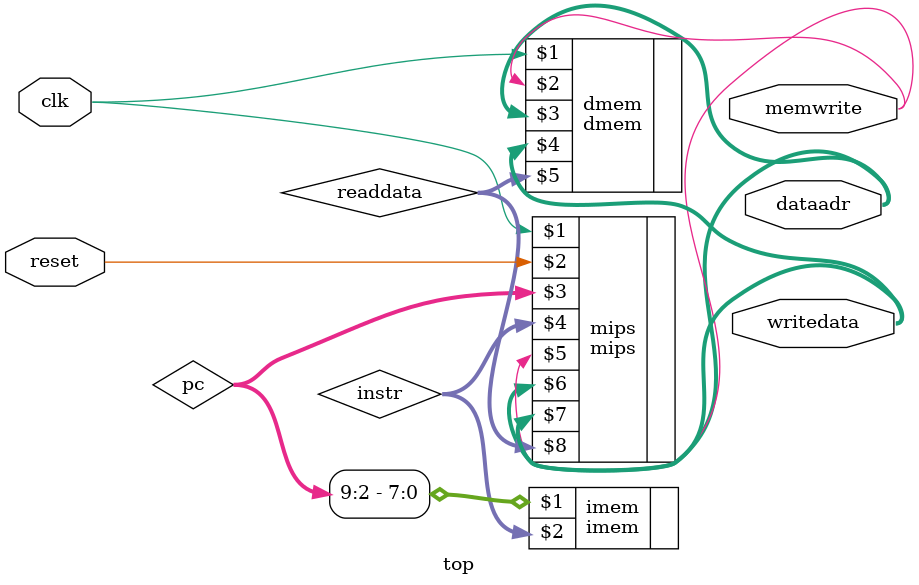
<source format=sv>
`timescale 1ns / 1ps

module top(
    input logic clk, reset,
    output logic [31:0] writedata, dataadr,
    output logic memwrite
    );

    logic [31:0] pc, instr, readdata;

    mips mips(clk, reset, pc, instr, memwrite, dataadr, writedata, readdata);
    imem imem(pc[9:2], instr);
    dmem dmem(clk, memwrite, dataadr, writedata, readdata);    
endmodule

</source>
